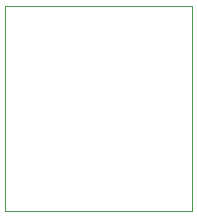
<source format=gbr>
%TF.GenerationSoftware,KiCad,Pcbnew,7.0.5-0*%
%TF.CreationDate,2023-06-18T22:27:15-04:00*%
%TF.ProjectId,esp_connectors,6573705f-636f-46e6-9e65-63746f72732e,rev?*%
%TF.SameCoordinates,Original*%
%TF.FileFunction,Profile,NP*%
%FSLAX46Y46*%
G04 Gerber Fmt 4.6, Leading zero omitted, Abs format (unit mm)*
G04 Created by KiCad (PCBNEW 7.0.5-0) date 2023-06-18 22:27:15*
%MOMM*%
%LPD*%
G01*
G04 APERTURE LIST*
%TA.AperFunction,Profile*%
%ADD10C,0.100000*%
%TD*%
G04 APERTURE END LIST*
D10*
X152000000Y-80000000D02*
X167800000Y-80000000D01*
X167800000Y-97400000D01*
X152000000Y-97400000D01*
X152000000Y-80000000D01*
M02*

</source>
